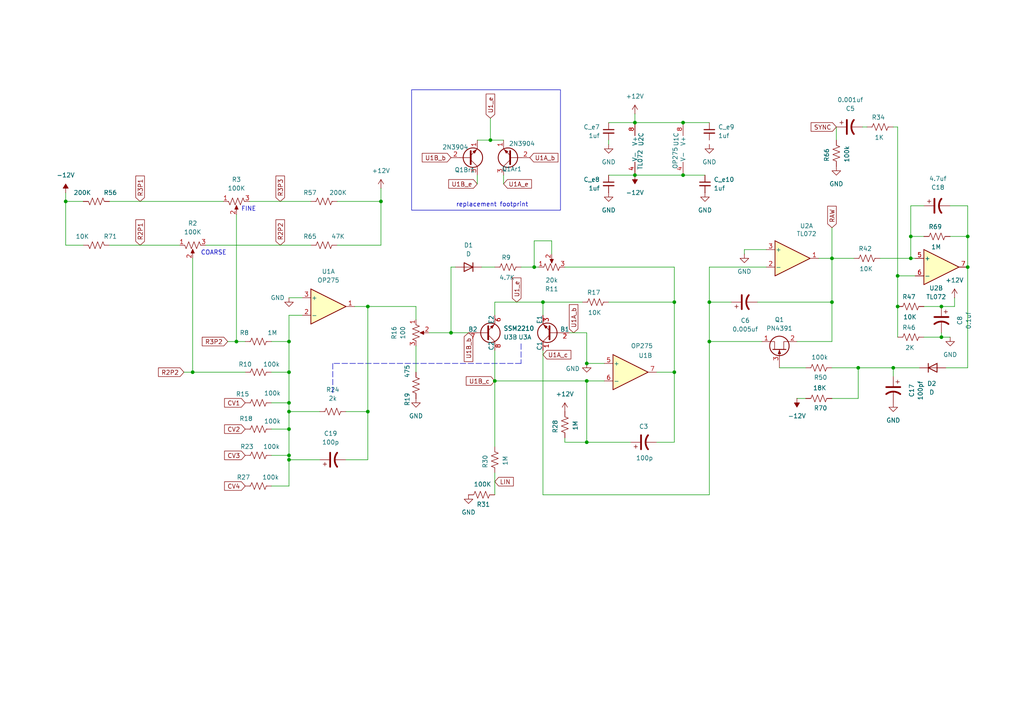
<source format=kicad_sch>
(kicad_sch (version 20250114) (generator "eeschema") (generator_version "9.0")
  (paper "A4")
  (lib_symbols
    (symbol "Amplifier_Operational:OP275" (pin_names (offset 0.127))
      (property "Reference" "U" (at 0 5.08 0))
      (property "Value" "OP275" (at 0 -5.08 0))
      (symbol "OP275_1_1"
        (polyline (pts (xy -5.08 5.08) (xy 5.08 0) (xy -5.08 -5.08) (xy -5.08 5.08)) (stroke (width 0.254)) (fill (type background)))
        (pin input line (at -7.62 2.54 0) (length 2.54) (name "+") (number "3"))
        (pin input line (at -7.62 -2.54 0) (length 2.54) (name "-") (number "2"))
        (pin output line (at 7.62 0 180) (length 2.54) (name "~") (number "1"))
      )
      (symbol "OP275_2_1"
        (polyline (pts (xy -5.08 5.08) (xy 5.08 0) (xy -5.08 -5.08) (xy -5.08 5.08)) (stroke (width 0.254)) (fill (type background)))
        (pin input line (at -7.62 2.54 0) (length 2.54) (name "+") (number "5"))
        (pin input line (at -7.62 -2.54 0) (length 2.54) (name "-") (number "6"))
        (pin output line (at 7.62 0 180) (length 2.54) (name "~") (number "7"))
      )
      (symbol "OP275_3_1"
        (pin power_in line (at -2.54 7.62 270) (length 3.81) (name "V+") (number "8"))
        (pin power_in line (at -2.54 -7.62 90) (length 3.81) (name "V-") (number "4"))
      )
    )
    (symbol "Amplifier_Operational:TL072" (pin_names (offset 0.127))
      (property "Reference" "U" (at 0 5.08 0))
      (property "Value" "TL072" (at 0 -5.08 0))
      (symbol "TL072_1_1"
        (polyline (pts (xy -5.08 5.08) (xy 5.08 0) (xy -5.08 -5.08) (xy -5.08 5.08)) (stroke (width 0.254)) (fill (type background)))
        (pin input line (at -7.62 2.54 0) (length 2.54) (name "+") (number "3"))
        (pin input line (at -7.62 -2.54 0) (length 2.54) (name "-") (number "2"))
        (pin output line (at 7.62 0 180) (length 2.54) (name "~") (number "1"))
      )
      (symbol "TL072_2_1"
        (polyline (pts (xy -5.08 5.08) (xy 5.08 0) (xy -5.08 -5.08) (xy -5.08 5.08)) (stroke (width 0.254)) (fill (type background)))
        (pin input line (at -7.62 2.54 0) (length 2.54) (name "+") (number "5"))
        (pin input line (at -7.62 -2.54 0) (length 2.54) (name "-") (number "6"))
        (pin output line (at 7.62 0 180) (length 2.54) (name "~") (number "7"))
      )
      (symbol "TL072_3_1"
        (pin power_in line (at -2.54 7.62 270) (length 3.81) (name "V+") (number "8"))
        (pin power_in line (at -2.54 -7.62 90) (length 3.81) (name "V-") (number "4"))
      )
    )
    (symbol "Device:C_Polarized_US" (pin_numbers (hide yes)) (pin_names (offset 0.254) (hide yes))
      (property "Reference" "C" (at 0.635 2.54 0))
      (property "Value" "C_Polarized_US" (at 0.635 -2.54 0))
      (symbol "C_Polarized_US_0_1"
        (polyline (pts (xy -2.032 0.762) (xy 2.032 0.762)) (stroke (width 0.508)))
        (polyline (pts (xy -1.778 2.286) (xy -0.762 2.286)))
        (polyline (pts (xy -1.27 1.778) (xy -1.27 2.794)))
        (arc (start -2.032 -1.27) (mid 0 -0.5572) (end 2.032 -1.27) (stroke (width 0.508)))
      )
      (symbol "C_Polarized_US_1_1"
        (pin passive line (at 0 3.81 270) (length 2.794) (name "~") (number "1"))
        (pin passive line (at 0 -3.81 90) (length 3.302) (name "~") (number "2"))
      )
    )
    (symbol "Device:C_Small" (pin_numbers (hide yes)) (pin_names (offset 0.254) (hide yes))
      (property "Reference" "C" (at 0.254 1.778 0))
      (property "Value" "C_Small" (at 0.254 -2.032 0))
      (symbol "C_Small_0_1"
        (polyline (pts (xy -1.524 0.508) (xy 1.524 0.508)) (stroke (width 0.3048)))
        (polyline (pts (xy -1.524 -0.508) (xy 1.524 -0.508)) (stroke (width 0.3302)))
      )
      (symbol "C_Small_1_1"
        (pin passive line (at 0 2.54 270) (length 2.032) (name "~") (number "1"))
        (pin passive line (at 0 -2.54 90) (length 2.032) (name "~") (number "2"))
      )
    )
    (symbol "Device:D" (pin_numbers (hide yes)) (pin_names (offset 1.016) (hide yes))
      (property "Reference" "D" (at 0 2.54 0))
      (property "Value" "D" (at 0 -2.54 0))
      (symbol "D_0_1"
        (polyline (pts (xy -1.27 1.27) (xy -1.27 -1.27)) (stroke (width 0.254)))
        (polyline (pts (xy 1.27 1.27) (xy 1.27 -1.27) (xy -1.27 0) (xy 1.27 1.27)) (stroke (width 0.254)))
        (polyline (pts (xy 1.27 0) (xy -1.27 0)))
      )
      (symbol "D_1_1"
        (pin passive line (at -3.81 0 0) (length 2.54) (name "K") (number "1"))
        (pin passive line (at 3.81 0 180) (length 2.54) (name "A") (number "2"))
      )
    )
    (symbol "Device:Q_NJFET_DSG" (pin_names (offset 0) (hide yes))
      (property "Reference" "Q" (at 5.08 1.27 0))
      (property "Value" "Q_NJFET_DSG" (at 5.08 -1.27 0))
      (symbol "Q_NJFET_DSG_0_1"
        (polyline (pts (xy 0 0) (xy -1.016 0.381) (xy -1.016 -0.381) (xy 0 0)) (fill (type outline)))
        (polyline (pts (xy 0.254 1.905) (xy 0.254 -1.905) (xy 0.254 -1.905)) (stroke (width 0.254)))
        (circle (center 1.27 0) (radius 2.8194) (stroke (width 0.254)))
        (polyline (pts (xy 2.54 2.54) (xy 2.54 1.397) (xy 0.254 1.397)))
        (polyline (pts (xy 2.54 -2.54) (xy 2.54 -1.27) (xy 0.254 -1.27)))
      )
      (symbol "Q_NJFET_DSG_1_1"
        (pin input line (at -5.08 0 0) (length 5.334) (name "G") (number "3"))
        (pin passive line (at 2.54 5.08 270) (length 2.54) (name "D") (number "1"))
        (pin passive line (at 2.54 -5.08 90) (length 2.54) (name "S") (number "2"))
      )
    )
    (symbol "Device:R_Potentiometer_US" (pin_names (offset 1.016) (hide yes))
      (property "Reference" "RV" (at -4.445 0 90))
      (property "Value" "R_Potentiometer_US" (at -2.54 0 90))
      (symbol "R_Potentiometer_US_0_1"
        (polyline (pts (xy 0 2.54) (xy 0 2.286)))
        (polyline (pts (xy 0 2.286) (xy 1.016 1.905) (xy 0 1.524) (xy -1.016 1.143) (xy 0 0.762)))
        (polyline (pts (xy 0 0.762) (xy 1.016 0.381) (xy 0 0) (xy -1.016 -0.381) (xy 0 -0.762)))
        (polyline (pts (xy 0 -0.762) (xy 1.016 -1.143) (xy 0 -1.524) (xy -1.016 -1.905) (xy 0 -2.286)))
        (polyline (pts (xy 0 -2.286) (xy 0 -2.54)))
        (polyline (pts (xy 1.143 0) (xy 2.286 0.508) (xy 2.286 -0.508) (xy 1.143 0)) (fill (type outline)))
        (polyline (pts (xy 2.54 0) (xy 1.524 0)))
      )
      (symbol "R_Potentiometer_US_1_1"
        (pin passive line (at 0 3.81 270) (length 1.27) (name "1") (number "1"))
        (pin passive line (at 0 -3.81 90) (length 1.27) (name "3") (number "3"))
        (pin passive line (at 3.81 0 180) (length 1.27) (name "2") (number "2"))
      )
    )
    (symbol "Device:R_US" (pin_numbers (hide yes)) (pin_names (offset 0))
      (property "Reference" "R" (at 2.54 0 90))
      (property "Value" "R_US" (at -2.54 0 90))
      (symbol "R_US_0_1"
        (polyline (pts (xy 0 2.286) (xy 0 2.54)))
        (polyline (pts (xy 0 2.286) (xy 1.016 1.905) (xy 0 1.524) (xy -1.016 1.143) (xy 0 0.762)))
        (polyline (pts (xy 0 0.762) (xy 1.016 0.381) (xy 0 0) (xy -1.016 -0.381) (xy 0 -0.762)))
        (polyline (pts (xy 0 -0.762) (xy 1.016 -1.143) (xy 0 -1.524) (xy -1.016 -1.905) (xy 0 -2.286)))
        (polyline (pts (xy 0 -2.286) (xy 0 -2.54)))
      )
      (symbol "R_US_1_1"
        (pin passive line (at 0 3.81 270) (length 1.27) (name "~") (number "1"))
        (pin passive line (at 0 -3.81 90) (length 1.27) (name "~") (number "2"))
      )
    )
    (symbol "Transistor_BJT:2N3904" (pin_names (offset 0) (hide yes))
      (property "Reference" "Q" (at 5.08 1.905 0))
      (property "Value" "2N3904" (at 5.08 0 0))
      (symbol "2N3904_0_1"
        (polyline (pts (xy -2.54 0) (xy 0.635 0)))
        (polyline (pts (xy 0.635 1.905) (xy 0.635 -1.905)) (stroke (width 0.508)))
        (circle (center 1.27 0) (radius 2.8194) (stroke (width 0.254)))
      )
      (symbol "2N3904_1_1"
        (polyline (pts (xy 0.635 0.635) (xy 2.54 2.54)))
        (polyline (pts (xy 0.635 -0.635) (xy 2.54 -2.54)))
        (polyline (pts (xy 1.27 -1.778) (xy 1.778 -1.27) (xy 2.286 -2.286) (xy 1.27 -1.778)) (fill (type outline)))
        (pin input line (at -5.08 0 0) (length 2.54) (name "B") (number "2"))
        (pin passive line (at 2.54 5.08 270) (length 2.54) (name "C") (number "3"))
        (pin passive line (at 2.54 -5.08 90) (length 2.54) (name "E") (number "1"))
      )
    )
    (symbol "Transistor_BJT:SSM2210" (pin_names (offset 0))
      (property "Reference" "Q" (at 5.08 1.27 0))
      (property "Value" "SSM2210" (at 5.08 -1.27 0))
      (symbol "SSM2210_0_1"
        (polyline (pts (xy 0.635 1.905) (xy 0.635 -1.905) (xy 0.635 -1.905)) (stroke (width 0.508)))
        (polyline (pts (xy 0.635 0.635) (xy 2.54 2.54)))
        (polyline (pts (xy 0.635 0) (xy -2.54 0)))
        (polyline (pts (xy 0.635 -0.635) (xy 2.54 -2.54) (xy 2.54 -2.54)))
        (circle (center 1.27 0) (radius 2.8194) (stroke (width 0.254)))
        (polyline (pts (xy 1.27 -1.778) (xy 1.778 -1.27) (xy 2.286 -2.286) (xy 1.27 -1.778) (xy 1.27 -1.778)) (fill (type outline)))
      )
      (symbol "SSM2210_1_1"
        (pin input line (at -5.08 0 0) (length 2.54) (name "B1") (number "2"))
        (pin passive line (at 2.54 5.08 270) (length 2.54) (name "C1") (number "1"))
        (pin passive line (at 2.54 -5.08 90) (length 2.54) (name "E1") (number "3"))
      )
      (symbol "SSM2210_2_1"
        (pin input line (at -5.08 0 0) (length 2.54) (name "B2") (number "7"))
        (pin passive line (at 2.54 5.08 270) (length 2.54) (name "C2") (number "8"))
        (pin passive line (at 2.54 -5.08 90) (length 2.54) (name "E2") (number "6"))
      )
    )
    (symbol "power:+12V" (power) (pin_numbers (hide yes)) (pin_names (offset 0) (hide yes))
      (property "Value" "+12V" (at 0 3.556 0))
      (symbol "+12V_0_1"
        (polyline (pts (xy -0.762 1.27) (xy 0 2.54)))
        (polyline (pts (xy 0 2.54) (xy 0.762 1.27)))
        (polyline (pts (xy 0 0) (xy 0 2.54)))
      )
      (symbol "+12V_1_1"
        (pin power_in line (at 0 0 90) (length 0) (name "~") (number "1"))
      )
    )
    (symbol "power:-12V" (power) (pin_numbers (hide yes)) (pin_names (offset 0) (hide yes))
      (property "Value" "-12V" (at 0 3.556 0))
      (symbol "-12V_0_0"
        (pin power_in line (at 0 0 90) (length 0) (name "~") (number "1"))
      )
      (symbol "-12V_0_1"
        (polyline (pts (xy 0 0) (xy 0 1.27) (xy 0.762 1.27) (xy 0 2.54) (xy -0.762 1.27) (xy 0 1.27)) (fill (type outline)))
      )
    )
    (symbol "power:GND" (power) (pin_numbers (hide yes)) (pin_names (offset 0) (hide yes))
      (property "Value" "GND" (at 0 -3.81 0))
      (symbol "GND_0_1"
        (polyline (pts (xy 0 0) (xy 0 -1.27) (xy 1.27 -1.27) (xy 0 -2.54) (xy -1.27 -1.27) (xy 0 -1.27)))
      )
      (symbol "GND_1_1"
        (pin power_in line (at 0 0 270) (length 0) (name "~") (number "1"))
      )
    )
  )
  (rectangle (start 119.38 26.035) (end 162.56 60.96))
  (text "FINE\n" (at 72.136 60.706 0) (effects (font (size 1.27 1.27))))
  (text "COARSE\n" (at 61.976 73.406 0) (effects (font (size 1.27 1.27))))
  (text "replacement footprint" (at 142.748 59.436 0) (effects (font (size 1.27 1.27))))
  (junction (at 184.15 35.56))
  (junction (at 170.18 110.49))
  (junction (at 273.05 88.9))
  (junction (at 205.74 99.06))
  (junction (at 83.82 133.35))
  (junction (at 83.82 116.84))
  (junction (at 248.92 106.68))
  (junction (at 264.16 68.58))
  (junction (at 19.05 58.42))
  (junction (at 264.16 74.93))
  (junction (at 198.12 50.8))
  (junction (at 143.51 110.49))
  (junction (at 195.58 87.63))
  (junction (at 154.94 77.47))
  (junction (at 170.18 128.27))
  (junction (at 241.3 74.93))
  (junction (at 157.48 87.63))
  (junction (at 170.18 105.41))
  (junction (at 83.82 132.08))
  (junction (at 142.24 40.64))
  (junction (at 260.35 80.01))
  (junction (at 68.58 99.06))
  (junction (at 280.67 68.58))
  (junction (at 83.82 107.95))
  (junction (at 198.12 35.56))
  (junction (at 280.67 77.47))
  (junction (at 83.82 99.06))
  (junction (at 260.35 88.9))
  (junction (at 195.58 107.95))
  (junction (at 184.15 50.8))
  (junction (at 83.82 124.46))
  (junction (at 130.81 96.52))
  (junction (at 106.68 88.9))
  (junction (at 259.08 106.68))
  (junction (at 110.49 58.42))
  (junction (at 55.88 107.95))
  (junction (at 241.3 87.63))
  (junction (at 205.74 87.63))
  (junction (at 273.05 97.79))
  (junction (at 83.82 119.38))
  (junction (at 106.68 119.38))
  (wire (pts (xy 143.51 137.16) (xy 143.51 143.51)))
  (polyline (pts (xy 151.13 99.695) (xy 151.13 105.41)) (stroke (width 0) (type dash)))
  (wire (pts (xy 260.35 36.83) (xy 259.08 36.83)))
  (wire (pts (xy 124.46 96.52) (xy 130.81 96.52)))
  (wire (pts (xy 190.5 128.27) (xy 195.58 128.27)))
  (wire (pts (xy 242.57 36.83) (xy 242.57 40.64)))
  (wire (pts (xy 260.35 80.01) (xy 265.43 80.01)))
  (wire (pts (xy 142.24 40.64) (xy 138.43 40.64)))
  (wire (pts (xy 55.88 107.95) (xy 71.12 107.95)))
  (wire (pts (xy 151.13 77.47) (xy 154.94 77.47)))
  (wire (pts (xy 260.35 36.83) (xy 260.35 80.01)))
  (wire (pts (xy 170.18 96.52) (xy 170.18 105.41)))
  (wire (pts (xy 66.04 99.06) (xy 68.58 99.06)))
  (wire (pts (xy 248.92 106.68) (xy 259.08 106.68)))
  (wire (pts (xy 143.51 110.49) (xy 143.51 129.54)))
  (wire (pts (xy 241.3 74.93) (xy 247.65 74.93)))
  (wire (pts (xy 83.82 140.97) (xy 83.82 133.35)))
  (wire (pts (xy 273.05 96.52) (xy 273.05 97.79)))
  (wire (pts (xy 130.81 77.47) (xy 132.08 77.47)))
  (wire (pts (xy 87.63 91.44) (xy 83.82 91.44)))
  (wire (pts (xy 264.16 68.58) (xy 267.97 68.58)))
  (wire (pts (xy 68.58 99.06) (xy 71.12 99.06)))
  (wire (pts (xy 120.65 100.33) (xy 120.65 107.95)))
  (wire (pts (xy 78.74 124.46) (xy 83.82 124.46)))
  (wire (pts (xy 83.82 116.84) (xy 83.82 119.38)))
  (wire (pts (xy 255.27 74.93) (xy 264.16 74.93)))
  (wire (pts (xy 163.83 77.47) (xy 195.58 77.47)))
  (wire (pts (xy 195.58 107.95) (xy 190.5 107.95)))
  (wire (pts (xy 176.53 50.8) (xy 184.15 50.8)))
  (wire (pts (xy 157.48 101.6) (xy 157.48 143.51)))
  (wire (pts (xy 170.18 110.49) (xy 170.18 128.27)))
  (wire (pts (xy 157.48 91.44) (xy 157.48 87.63)))
  (wire (pts (xy 222.25 77.47) (xy 205.74 77.47)))
  (wire (pts (xy 205.74 87.63) (xy 205.74 99.06)))
  (wire (pts (xy 100.33 119.38) (xy 106.68 119.38)))
  (wire (pts (xy 170.18 105.41) (xy 175.26 105.41)))
  (wire (pts (xy 241.3 106.68) (xy 248.92 106.68)))
  (wire (pts (xy 100.33 133.35) (xy 106.68 133.35)))
  (wire (pts (xy 205.74 87.63) (xy 212.09 87.63)))
  (wire (pts (xy 97.79 71.12) (xy 110.49 71.12)))
  (wire (pts (xy 231.14 99.06) (xy 241.3 99.06)))
  (wire (pts (xy 143.51 101.6) (xy 143.51 110.49)))
  (wire (pts (xy 195.58 128.27) (xy 195.58 107.95)))
  (wire (pts (xy 273.05 97.79) (xy 267.97 97.79)))
  (wire (pts (xy 184.15 50.8) (xy 198.12 50.8)))
  (wire (pts (xy 83.82 107.95) (xy 83.82 116.84)))
  (wire (pts (xy 241.3 66.04) (xy 241.3 74.93)))
  (wire (pts (xy 198.12 50.8) (xy 204.47 50.8)))
  (wire (pts (xy 163.83 127) (xy 163.83 128.27)))
  (wire (pts (xy 260.35 97.79) (xy 260.35 88.9)))
  (wire (pts (xy 275.59 59.69) (xy 280.67 59.69)))
  (wire (pts (xy 274.32 106.68) (xy 280.67 106.68)))
  (wire (pts (xy 102.87 88.9) (xy 106.68 88.9)))
  (wire (pts (xy 264.16 68.58) (xy 264.16 74.93)))
  (wire (pts (xy 72.39 58.42) (xy 90.17 58.42)))
  (wire (pts (xy 184.15 35.56) (xy 198.12 35.56)))
  (wire (pts (xy 142.24 40.64) (xy 146.05 40.64)))
  (wire (pts (xy 83.82 119.38) (xy 92.71 119.38)))
  (wire (pts (xy 276.86 86.36) (xy 276.86 88.9)))
  (wire (pts (xy 184.15 33.02) (xy 184.15 35.56)))
  (wire (pts (xy 110.49 71.12) (xy 110.49 58.42)))
  (wire (pts (xy 205.74 77.47) (xy 205.74 87.63)))
  (wire (pts (xy 83.82 99.06) (xy 83.82 107.95)))
  (wire (pts (xy 78.74 132.08) (xy 83.82 132.08)))
  (wire (pts (xy 157.48 87.63) (xy 168.91 87.63)))
  (wire (pts (xy 78.74 140.97) (xy 83.82 140.97)))
  (wire (pts (xy 130.81 96.52) (xy 135.89 96.52)))
  (wire (pts (xy 83.82 132.08) (xy 83.82 124.46)))
  (wire (pts (xy 176.53 35.56) (xy 184.15 35.56)))
  (wire (pts (xy 170.18 110.49) (xy 175.26 110.49)))
  (wire (pts (xy 241.3 115.57) (xy 248.92 115.57)))
  (polyline (pts (xy 96.52 105.41) (xy 96.52 114.3)) (stroke (width 0) (type dash)))
  (wire (pts (xy 83.82 119.38) (xy 83.82 124.46)))
  (wire (pts (xy 248.92 115.57) (xy 248.92 106.68)))
  (wire (pts (xy 280.67 59.69) (xy 280.67 68.58)))
  (wire (pts (xy 53.34 107.95) (xy 55.88 107.95)))
  (wire (pts (xy 205.74 99.06) (xy 205.74 143.51)))
  (wire (pts (xy 220.98 99.06) (xy 205.74 99.06)))
  (wire (pts (xy 19.05 71.12) (xy 24.13 71.12)))
  (wire (pts (xy 267.97 88.9) (xy 273.05 88.9)))
  (wire (pts (xy 267.97 59.69) (xy 264.16 59.69)))
  (wire (pts (xy 83.82 133.35) (xy 83.82 132.08)))
  (wire (pts (xy 78.74 99.06) (xy 83.82 99.06)))
  (wire (pts (xy 219.71 87.63) (xy 241.3 87.63)))
  (wire (pts (xy 250.19 36.83) (xy 251.46 36.83)))
  (wire (pts (xy 259.08 106.68) (xy 259.08 109.22)))
  (wire (pts (xy 110.49 58.42) (xy 97.79 58.42)))
  (wire (pts (xy 195.58 77.47) (xy 195.58 87.63)))
  (wire (pts (xy 260.35 88.9) (xy 260.35 80.01)))
  (wire (pts (xy 83.82 86.36) (xy 87.63 86.36)))
  (wire (pts (xy 176.53 40.64) (xy 176.53 41.91)))
  (wire (pts (xy 78.74 116.84) (xy 83.82 116.84)))
  (wire (pts (xy 157.48 143.51) (xy 205.74 143.51)))
  (wire (pts (xy 157.48 87.63) (xy 143.51 87.63)))
  (wire (pts (xy 59.69 71.12) (xy 90.17 71.12)))
  (wire (pts (xy 241.3 99.06) (xy 241.3 87.63)))
  (wire (pts (xy 83.82 91.44) (xy 83.82 99.06)))
  (wire (pts (xy 231.14 115.57) (xy 233.68 115.57)))
  (wire (pts (xy 142.24 34.29) (xy 142.24 40.64)))
  (wire (pts (xy 143.51 87.63) (xy 143.51 91.44)))
  (wire (pts (xy 130.81 77.47) (xy 130.81 96.52)))
  (wire (pts (xy 120.65 88.9) (xy 106.68 88.9)))
  (wire (pts (xy 259.08 106.68) (xy 266.7 106.68)))
  (wire (pts (xy 280.67 106.68) (xy 280.67 77.47)))
  (wire (pts (xy 143.51 110.49) (xy 170.18 110.49)))
  (wire (pts (xy 160.02 69.85) (xy 154.94 69.85)))
  (wire (pts (xy 182.88 128.27) (xy 170.18 128.27)))
  (wire (pts (xy 146.05 53.34) (xy 146.05 50.8)))
  (wire (pts (xy 275.59 97.79) (xy 273.05 97.79)))
  (wire (pts (xy 120.65 92.71) (xy 120.65 88.9)))
  (wire (pts (xy 160.02 73.66) (xy 160.02 69.85)))
  (wire (pts (xy 68.58 62.23) (xy 68.58 99.06)))
  (wire (pts (xy 264.16 74.93) (xy 265.43 74.93)))
  (wire (pts (xy 264.16 59.69) (xy 264.16 68.58)))
  (wire (pts (xy 163.83 128.27) (xy 170.18 128.27)))
  (wire (pts (xy 176.53 87.63) (xy 195.58 87.63)))
  (wire (pts (xy 55.88 74.93) (xy 55.88 107.95)))
  (wire (pts (xy 78.74 107.95) (xy 83.82 107.95)))
  (wire (pts (xy 241.3 87.63) (xy 241.3 74.93)))
  (wire (pts (xy 226.06 106.68) (xy 233.68 106.68)))
  (wire (pts (xy 110.49 54.61) (xy 110.49 58.42)))
  (wire (pts (xy 106.68 119.38) (xy 106.68 133.35)))
  (wire (pts (xy 280.67 68.58) (xy 280.67 77.47)))
  (wire (pts (xy 83.82 133.35) (xy 92.71 133.35)))
  (wire (pts (xy 215.9 72.39) (xy 215.9 73.66)))
  (wire (pts (xy 138.43 53.34) (xy 138.43 50.8)))
  (wire (pts (xy 19.05 55.88) (xy 19.05 58.42)))
  (wire (pts (xy 154.94 69.85) (xy 154.94 77.47)))
  (wire (pts (xy 19.05 71.12) (xy 19.05 58.42)))
  (wire (pts (xy 31.75 58.42) (xy 64.77 58.42)))
  (wire (pts (xy 165.1 96.52) (xy 170.18 96.52)))
  (wire (pts (xy 198.12 35.56) (xy 205.74 35.56)))
  (wire (pts (xy 31.75 71.12) (xy 52.07 71.12)))
  (wire (pts (xy 139.7 77.47) (xy 143.51 77.47)))
  (polyline (pts (xy 151.13 105.41) (xy 96.52 105.41)) (stroke (width 0) (type dash)))
  (wire (pts (xy 275.59 68.58) (xy 280.67 68.58)))
  (wire (pts (xy 154.94 77.47) (xy 156.21 77.47)))
  (wire (pts (xy 276.86 88.9) (xy 273.05 88.9)))
  (wire (pts (xy 195.58 87.63) (xy 195.58 107.95)))
  (wire (pts (xy 222.25 72.39) (xy 215.9 72.39)))
  (wire (pts (xy 19.05 58.42) (xy 24.13 58.42)))
  (wire (pts (xy 106.68 88.9) (xy 106.68 119.38)))
  (wire (pts (xy 237.49 74.93) (xy 241.3 74.93)))
  (global_label "R3P2" (shape input) (at 66.04 99.06 180) (property "Intersheetrefs" "${INTERSHEET_REFS}" (effects (hide yes))))
  (global_label "CV2" (shape input) (at 71.12 124.46 180) (property "Intersheetrefs" "${INTERSHEET_REFS}" (effects (hide yes))))
  (global_label "LIN" (shape input) (at 143.51 139.7 0) (property "Intersheetrefs" "${INTERSHEET_REFS}" (effects (hide yes))))
  (global_label "U1B_c" (shape input) (at 143.51 110.49 180) (property "Intersheetrefs" "${INTERSHEET_REFS}" (effects (hide yes))))
  (global_label "CV1" (shape input) (at 71.12 116.84 180) (property "Intersheetrefs" "${INTERSHEET_REFS}" (effects (hide yes))))
  (global_label "R2P1" (shape input) (at 40.64 71.12 90) (property "Intersheetrefs" "${INTERSHEET_REFS}" (effects (hide yes))))
  (global_label "CV3" (shape input) (at 71.12 132.08 180) (property "Intersheetrefs" "${INTERSHEET_REFS}" (effects (hide yes))))
  (global_label "U1_e" (shape input) (at 142.24 34.29 90) (property "Intersheetrefs" "${INTERSHEET_REFS}" (effects (hide yes))))
  (global_label "U1B_b" (shape input) (at 130.81 45.72 180) (property "Intersheetrefs" "${INTERSHEET_REFS}" (effects (hide yes))))
  (global_label "U1A_c" (shape input) (at 157.48 102.87 0) (property "Intersheetrefs" "${INTERSHEET_REFS}" (effects (hide yes))))
  (global_label "U1B_b" (shape input) (at 135.89 96.52 270) (property "Intersheetrefs" "${INTERSHEET_REFS}" (effects (hide yes))))
  (global_label "U1A_b" (shape input) (at 166.37 96.52 90) (property "Intersheetrefs" "${INTERSHEET_REFS}" (effects (hide yes))))
  (global_label "U1B_e" (shape input) (at 138.43 53.34 180) (property "Intersheetrefs" "${INTERSHEET_REFS}" (effects (hide yes))))
  (global_label "R2P2" (shape input) (at 53.34 107.95 180) (property "Intersheetrefs" "${INTERSHEET_REFS}" (effects (hide yes))))
  (global_label "U1A_e" (shape input) (at 146.05 53.34 0) (property "Intersheetrefs" "${INTERSHEET_REFS}" (effects (hide yes))))
  (global_label "U1A_b" (shape input) (at 153.67 45.72 0) (property "Intersheetrefs" "${INTERSHEET_REFS}" (effects (hide yes))))
  (global_label "R3P1" (shape input) (at 40.64 58.42 90) (property "Intersheetrefs" "${INTERSHEET_REFS}" (effects (hide yes))))
  (global_label "CV4" (shape input) (at 71.12 140.97 180) (property "Intersheetrefs" "${INTERSHEET_REFS}" (effects (hide yes))))
  (global_label "R3P3" (shape input) (at 81.28 58.42 90) (property "Intersheetrefs" "${INTERSHEET_REFS}" (effects (hide yes))))
  (global_label "RAW" (shape input) (at 241.3 66.04 90) (property "Intersheetrefs" "${INTERSHEET_REFS}" (effects (hide yes))))
  (global_label "U1_e" (shape input) (at 149.86 87.63 90) (property "Intersheetrefs" "${INTERSHEET_REFS}" (effects (hide yes))))
  (global_label "R2P2" (shape input) (at 81.28 71.12 90) (property "Intersheetrefs" "${INTERSHEET_REFS}" (effects (hide yes))))
  (global_label "SYNC" (shape input) (at 242.57 36.83 180) (property "Intersheetrefs" "${INTERSHEET_REFS}" (effects (hide yes))))
  (symbol (lib_id "Device:C_Polarized_US") (at 246.38 36.83 90) (mirror x) (unit 1)
    (property "Reference" "C5" (at 246.634 31.496 90))
    (property "Value" "0.001uf" (at 246.634 28.956 90))
    (property "Description" "Polarized capacitor, US symbol" (effects (hide yes)))
  )
  (symbol (lib_id "power:GND") (at 135.89 143.51 0) (unit 1)
    (property "Reference" "#PWR08" (effects (hide yes)))
    (property "Value" "GND" (at 135.89 148.59 0))
    (property "Description" "Power symbol creates a global label with name \"GND\" , ground" (effects (hide yes)))
  )
  (symbol (lib_id "Device:R_Potentiometer_US") (at 55.88 71.12 90) (mirror x) (unit 1)
    (property "Reference" "R2" (at 55.88 64.77 90))
    (property "Value" "100K" (at 55.88 67.31 90))
    (property "Description" "Potentiometer, US symbol" (effects (hide yes)))
  )
  (symbol (lib_id "Device:R_US") (at 163.83 123.19 0) (unit 1)
    (property "Reference" "R28" (at 161.036 123.698 90))
    (property "Value" "1M" (at 166.878 123.444 90))
    (property "Description" "Resistor, US symbol" (effects (hide yes)))
  )
  (symbol (lib_id "power:GND") (at 215.9 73.66 0) (unit 1)
    (property "Reference" "#PWR012" (effects (hide yes)))
    (property "Value" "GND" (at 215.9 78.74 0))
    (property "Description" "Power symbol creates a global label with name \"GND\" , ground" (effects (hide yes)))
  )
  (symbol (lib_id "Device:R_Potentiometer_US") (at 120.65 96.52 0) (unit 1)
    (property "Reference" "R16" (at 114.3 96.52 90))
    (property "Value" "100" (at 116.84 96.52 90))
    (property "Description" "Potentiometer, US symbol" (effects (hide yes)))
  )
  (symbol (lib_id "power:GND") (at 259.08 116.84 0) (unit 1)
    (property "Reference" "#PWR02" (effects (hide yes)))
    (property "Value" "GND" (at 259.08 121.92 0))
    (property "Description" "Power symbol creates a global label with name \"GND\" , ground" (effects (hide yes)))
  )
  (symbol (lib_id "Device:R_Potentiometer_US") (at 160.02 77.47 90) (unit 1)
    (property "Reference" "R11" (at 160.02 83.82 90))
    (property "Value" "20k" (at 160.02 81.28 90))
    (property "Description" "Potentiometer, US symbol" (effects (hide yes)))
  )
  (symbol (lib_id "power:+12V") (at 276.86 86.36 0) (unit 1)
    (property "Reference" "#PWR013" (effects (hide yes)))
    (property "Value" "+12V" (at 276.86 81.28 0))
    (property "Description" "Power symbol creates a global label with name \"+12V\"" (effects (hide yes)))
  )
  (symbol (lib_id "power:GND") (at 83.82 86.36 0) (unit 1)
    (property "Reference" "#PWR03" (effects (hide yes)))
    (property "Value" "GND" (at 80.518 86.36 0))
    (property "Description" "Power symbol creates a global label with name \"GND\" , ground" (effects (hide yes)))
  )
  (symbol (lib_id "power:GND") (at 120.65 115.57 0) (unit 1)
    (property "Reference" "#PWR06" (effects (hide yes)))
    (property "Value" "GND" (at 120.65 120.65 0))
    (property "Description" "Power symbol creates a global label with name \"GND\" , ground" (effects (hide yes)))
  )
  (symbol (lib_id "Amplifier_Operational:TL072") (at 273.05 77.47 0) (unit 2)
    (property "Reference" "U2" (at 271.526 83.566 0))
    (property "Value" "TL072" (at 271.526 86.106 0))
    (property "Datasheet" "http://www.ti.com/lit/ds/symlink/tl071.pdf" (effects (hide yes)))
    (property "Description" "Dual Low-Noise JFET-Input Operational Amplifiers, DIP-8/SOIC-8" (effects (hide yes)))
  )
  (symbol (lib_id "Device:R_US") (at 237.49 106.68 90) (unit 1)
    (property "Reference" "R50" (at 237.998 109.474 90))
    (property "Value" "100k" (at 237.744 103.632 90))
    (property "Description" "Resistor, US symbol" (effects (hide yes)))
  )
  (symbol (lib_id "Device:R_US") (at 242.57 44.45 0) (unit 1)
    (property "Reference" "R66" (at 239.776 44.958 90))
    (property "Value" "100k" (at 245.618 44.704 90))
    (property "Description" "Resistor, US symbol" (effects (hide yes)))
  )
  (symbol (lib_id "Device:R_US") (at 143.51 133.35 0) (unit 1)
    (property "Reference" "R30" (at 140.716 133.858 90))
    (property "Value" "1M" (at 146.558 133.604 90))
    (property "Description" "Resistor, US symbol" (effects (hide yes)))
  )
  (symbol (lib_id "Device:R_US") (at 27.94 58.42 270) (mirror x) (unit 1)
    (property "Reference" "R56" (at 32.004 55.88 90))
    (property "Value" "200K" (at 23.876 55.88 90))
    (property "Description" "Resistor, US symbol" (effects (hide yes)))
  )
  (symbol (lib_id "Amplifier_Operational:OP275") (at 200.66 43.18 0) (unit 3)
    (property "Reference" "U1" (at 196.088 42.418 90) (effects (justify left)))
    (property "Value" "OP275" (at 195.834 49.022 90) (effects (justify left)))
    (property "Datasheet" "https://www.analog.com/media/en/technical-documentation/data-sheets/OP275.pdf" (effects (hide yes)))
    (property "Description" "Dual Bipolar/JFET, Audio Operational Amplifier, DIP-8/SOIC-8" (effects (hide yes)))
  )
  (symbol (lib_id "Transistor_BJT:SSM2210") (at 140.97 96.52 0) (mirror x) (unit 2)
    (property "Reference" "U3" (at 146.05 97.7901 0) (effects (justify left)))
    (property "Value" "SSM2210" (at 146.05 95.25 0) (effects (justify left)))
    (property "Datasheet" "https://www.analog.com/media/en/technical-documentation/obsolete-data-sheets/SSM2210.pdf" (effects (hide yes)))
    (property "Description" "Audio Dual Matched NPN transistor, DIP-8/SOIC-8" (effects (hide yes)))
  )
  (symbol (lib_id "Device:R_US") (at 172.72 87.63 270) (unit 1)
    (property "Reference" "R17" (at 172.212 84.836 90))
    (property "Value" "10K" (at 172.466 90.678 90))
    (property "Description" "Resistor, US symbol" (effects (hide yes)))
  )
  (symbol (lib_id "Device:C_Polarized_US") (at 273.05 92.71 0) (mirror y) (unit 1)
    (property "Reference" "C8" (at 278.384 92.964 90))
    (property "Value" "0.1uf" (at 280.924 92.964 90))
    (property "Description" "Polarized capacitor, US symbol" (effects (hide yes)))
  )
  (symbol (lib_id "Device:D") (at 270.51 106.68 0) (unit 1)
    (property "Reference" "D2" (at 270.256 111.252 0))
    (property "Value" "D" (at 270.256 113.792 0))
    (property "Description" "Diode" (effects (hide yes)))
    (property "Sim.Device" "D" (effects (hide yes)))
    (property "Sim.Pins" "1=K 2=A" (effects (hide yes)))
  )
  (symbol (lib_id "Device:C_Polarized_US") (at 96.52 133.35 90) (unit 1)
    (property "Reference" "C19" (at 95.885 125.73 90))
    (property "Value" "100p" (at 95.885 128.27 90))
    (property "Description" "Polarized capacitor, US symbol" (effects (hide yes)))
  )
  (symbol (lib_id "Transistor_BJT:2N3904") (at 148.59 45.72 180) (unit 1)
    (property "Reference" "Q1Ar1" (at 151.384 49.022 0) (effects (justify left)))
    (property "Value" "2N3904" (at 155.194 41.656 0) (effects (justify left)))
    (property "Footprint" "Package_TO_SOT_THT:TO-92_Inline" (effects (hide yes)))
    (property "Datasheet" "https://www.onsemi.com/pub/Collateral/2N3903-D.PDF" (effects (hide yes)))
    (property "Description" "0.2A Ic, 40V Vce, Small Signal NPN Transistor, TO-92" (effects (hide yes)))
  )
  (symbol (lib_id "Device:R_US") (at 264.16 88.9 270) (unit 1)
    (property "Reference" "R47" (at 263.652 86.106 90))
    (property "Value" "10K" (at 263.906 91.948 90))
    (property "Description" "Resistor, US symbol" (effects (hide yes)))
  )
  (symbol (lib_id "Device:C_Small") (at 176.53 53.34 0) (mirror y) (unit 1)
    (property "Reference" "C_e8" (at 173.99 52.0762 0) (effects (justify left)))
    (property "Value" "1uf" (at 173.99 54.6162 0) (effects (justify left)))
    (property "Footprint" "Capacitor_SMD:C_0805_2012Metric_Pad1.18x1.45mm_HandSolder" (effects (hide yes)))
    (property "Description" "Unpolarized capacitor, small symbol" (effects (hide yes)))
  )
  (symbol (lib_id "Device:R_US") (at 139.7 143.51 90) (unit 1)
    (property "Reference" "R31" (at 140.208 146.304 90))
    (property "Value" "100K" (at 139.954 140.462 90))
    (property "Description" "Resistor, US symbol" (effects (hide yes)))
  )
  (symbol (lib_id "Device:C_Small") (at 205.74 38.1 0) (unit 1)
    (property "Reference" "C_e9" (at 208.28 36.8362 0) (effects (justify left)))
    (property "Value" "1uf" (at 208.28 39.3762 0) (effects (justify left)))
    (property "Footprint" "Capacitor_SMD:C_0805_2012Metric_Pad1.18x1.45mm_HandSolder" (effects (hide yes)))
    (property "Description" "Unpolarized capacitor, small symbol" (effects (hide yes)))
  )
  (symbol (lib_id "Device:C_Small") (at 176.53 38.1 0) (mirror y) (unit 1)
    (property "Reference" "C_e7" (at 173.99 36.8362 0) (effects (justify left)))
    (property "Value" "1uf" (at 173.99 39.3762 0) (effects (justify left)))
    (property "Footprint" "Capacitor_SMD:C_0805_2012Metric_Pad1.18x1.45mm_HandSolder" (effects (hide yes)))
    (property "Description" "Unpolarized capacitor, small symbol" (effects (hide yes)))
  )
  (symbol (lib_id "Device:R_US") (at 74.93 99.06 90) (unit 1)
    (property "Reference" "R8" (at 70.866 96.52 90))
    (property "Value" "1M" (at 78.994 96.52 90))
    (property "Description" "Resistor, US symbol" (effects (hide yes)))
  )
  (symbol (lib_id "Amplifier_Operational:TL072") (at 229.87 74.93 0) (unit 1)
    (property "Reference" "U2" (at 233.934 65.532 0))
    (property "Value" "TL072" (at 233.934 67.818 0))
    (property "Datasheet" "http://www.ti.com/lit/ds/symlink/tl071.pdf" (effects (hide yes)))
    (property "Description" "Dual Low-Noise JFET-Input Operational Amplifiers, DIP-8/SOIC-8" (effects (hide yes)))
  )
  (symbol (lib_id "Device:R_US") (at 27.94 71.12 270) (mirror x) (unit 1)
    (property "Reference" "R71" (at 32.004 68.58 90))
    (property "Value" "10K" (at 23.876 68.58 90))
    (property "Description" "Resistor, US symbol" (effects (hide yes)))
  )
  (symbol (lib_id "Device:R_US") (at 237.49 115.57 90) (unit 1)
    (property "Reference" "R70" (at 237.998 118.364 90))
    (property "Value" "18K" (at 237.744 112.522 90))
    (property "Description" "Resistor, US symbol" (effects (hide yes)))
  )
  (symbol (lib_id "Device:R_US") (at 74.93 140.97 90) (unit 1)
    (property "Reference" "R27" (at 70.612 138.43 90))
    (property "Value" "100k" (at 78.486 138.43 90))
    (property "Description" "Resistor, US symbol" (effects (hide yes)))
  )
  (symbol (lib_id "Amplifier_Operational:TL072") (at 186.69 43.18 0) (unit 3)
    (property "Reference" "U2" (at 185.928 42.418 90) (effects (justify left)))
    (property "Value" "TL072" (at 185.674 49.276 90) (effects (justify left)))
    (property "Datasheet" "http://www.ti.com/lit/ds/symlink/tl071.pdf" (effects (hide yes)))
    (property "Description" "Dual Low-Noise JFET-Input Operational Amplifiers, DIP-8/SOIC-8" (effects (hide yes)))
  )
  (symbol (lib_id "power:GND") (at 170.18 105.41 0) (unit 1)
    (property "Reference" "#PWR07" (effects (hide yes)))
    (property "Value" "GND" (at 166.116 106.934 0))
    (property "Description" "Power symbol creates a global label with name \"GND\" , ground" (effects (hide yes)))
  )
  (symbol (lib_id "power:GND") (at 205.74 41.91 0) (unit 1)
    (property "Reference" "#PWR047" (effects (hide yes)))
    (property "Value" "GND" (at 205.74 46.99 0))
    (property "Description" "Power symbol creates a global label with name \"GND\" , ground" (effects (hide yes)))
  )
  (symbol (lib_id "Device:R_US") (at 120.65 111.76 180) (unit 1)
    (property "Reference" "R19" (at 118.11 115.824 90))
    (property "Value" "475" (at 118.11 107.696 90))
    (property "Description" "Resistor, US symbol" (effects (hide yes)))
  )
  (symbol (lib_id "power:GND") (at 176.53 55.88 0) (unit 1)
    (property "Reference" "#PWR045" (effects (hide yes)))
    (property "Value" "GND" (at 176.53 60.96 0))
    (property "Description" "Power symbol creates a global label with name \"GND\" , ground" (effects (hide yes)))
  )
  (symbol (lib_id "Device:R_US") (at 264.16 97.79 270) (unit 1)
    (property "Reference" "R46" (at 263.652 94.996 90))
    (property "Value" "2K" (at 263.906 100.838 90))
    (property "Description" "Resistor, US symbol" (effects (hide yes)))
  )
  (symbol (lib_id "Transistor_BJT:SSM2210") (at 160.02 96.52 180) (unit 1)
    (property "Reference" "U3" (at 154.178 97.79 0) (effects (justify left)))
    (property "Value" "SSM2210" (at 154.94 95.25 0) (effects (justify left)))
    (property "Datasheet" "https://www.analog.com/media/en/technical-documentation/obsolete-data-sheets/SSM2210.pdf" (effects (hide yes)))
    (property "Description" "Audio Dual Matched NPN transistor, DIP-8/SOIC-8" (effects (hide yes)))
  )
  (symbol (lib_id "Device:R_US") (at 74.93 124.46 90) (unit 1)
    (property "Reference" "R18" (at 71.374 121.412 90))
    (property "Value" "100k" (at 78.994 122.174 90))
    (property "Description" "Resistor, US symbol" (effects (hide yes)))
  )
  (symbol (lib_id "power:+12V") (at 110.49 54.61 0) (unit 1)
    (property "Reference" "#PWR04" (effects (hide yes)))
    (property "Value" "+12V" (at 110.49 49.53 0))
    (property "Description" "Power symbol creates a global label with name \"+12V\"" (effects (hide yes)))
  )
  (symbol (lib_id "Device:C_Polarized_US") (at 259.08 113.03 0) (mirror y) (unit 1)
    (property "Reference" "C17" (at 264.414 113.284 90))
    (property "Value" "100pf" (at 266.954 113.284 90))
    (property "Description" "Polarized capacitor, US symbol" (effects (hide yes)))
  )
  (symbol (lib_id "Amplifier_Operational:OP275") (at 182.88 107.95 0) (unit 2)
    (property "Reference" "U1" (at 187.198 103.124 0))
    (property "Value" "OP275" (at 186.182 100.33 0))
    (property "Datasheet" "https://www.analog.com/media/en/technical-documentation/data-sheets/OP275.pdf" (effects (hide yes)))
    (property "Description" "Dual Bipolar/JFET, Audio Operational Amplifier, DIP-8/SOIC-8" (effects (hide yes)))
  )
  (symbol (lib_id "power:-12V") (at 19.05 55.88 0) (unit 1)
    (property "Reference" "#PWR05" (effects (hide yes)))
    (property "Value" "-12V" (at 19.05 50.8 0))
    (property "Description" "Power symbol creates a global label with name \"-12V\"" (effects (hide yes)))
  )
  (symbol (lib_id "power:+12V") (at 163.83 119.38 0) (unit 1)
    (property "Reference" "#PWR09" (effects (hide yes)))
    (property "Value" "+12V" (at 163.83 114.3 0))
    (property "Description" "Power symbol creates a global label with name \"+12V\"" (effects (hide yes)))
  )
  (symbol (lib_id "Device:C_Small") (at 204.47 53.34 0) (unit 1)
    (property "Reference" "C_e10" (at 207.01 52.0762 0) (effects (justify left)))
    (property "Value" "1uf" (at 207.01 54.6162 0) (effects (justify left)))
    (property "Footprint" "Capacitor_SMD:C_0805_2012Metric_Pad1.18x1.45mm_HandSolder" (effects (hide yes)))
    (property "Description" "Unpolarized capacitor, small symbol" (effects (hide yes)))
  )
  (symbol (lib_id "power:-12V") (at 184.15 50.8 180) (unit 1)
    (property "Reference" "#PWR011" (effects (hide yes)))
    (property "Value" "-12V" (at 184.15 55.88 0))
    (property "Description" "Power symbol creates a global label with name \"-12V\"" (effects (hide yes)))
  )
  (symbol (lib_id "power:GND") (at 242.57 48.26 0) (unit 1)
    (property "Reference" "#PWR014" (effects (hide yes)))
    (property "Value" "GND" (at 242.57 53.34 0))
    (property "Description" "Power symbol creates a global label with name \"GND\" , ground" (effects (hide yes)))
  )
  (symbol (lib_id "Device:R_US") (at 251.46 74.93 270) (unit 1)
    (property "Reference" "R42" (at 250.952 72.136 90))
    (property "Value" "10K" (at 251.206 77.978 90))
    (property "Description" "Resistor, US symbol" (effects (hide yes)))
  )
  (symbol (lib_id "Device:R_US") (at 147.32 77.47 270) (unit 1)
    (property "Reference" "R9" (at 146.812 74.676 90))
    (property "Value" "4.7K" (at 147.066 80.518 90))
    (property "Description" "Resistor, US symbol" (effects (hide yes)))
  )
  (symbol (lib_id "Device:R_US") (at 74.93 132.08 90) (unit 1)
    (property "Reference" "R23" (at 71.628 129.54 90))
    (property "Value" "100k" (at 78.74 129.54 90))
    (property "Description" "Resistor, US symbol" (effects (hide yes)))
  )
  (symbol (lib_id "Device:R_Potentiometer_US") (at 68.58 58.42 90) (mirror x) (unit 1)
    (property "Reference" "R3" (at 68.58 52.07 90))
    (property "Value" "100K" (at 68.58 54.61 90))
    (property "Description" "Potentiometer, US symbol" (effects (hide yes)))
  )
  (symbol (lib_id "power:GND") (at 204.47 55.88 0) (unit 1)
    (property "Reference" "#PWR044" (effects (hide yes)))
    (property "Value" "GND" (at 204.47 60.96 0))
    (property "Description" "Power symbol creates a global label with name \"GND\" , ground" (effects (hide yes)))
  )
  (symbol (lib_id "Device:R_US") (at 255.27 36.83 270) (unit 1)
    (property "Reference" "R34" (at 254.762 34.036 90))
    (property "Value" "1K" (at 255.016 39.878 90))
    (property "Description" "Resistor, US symbol" (effects (hide yes)))
  )
  (symbol (lib_id "Device:D") (at 135.89 77.47 180) (unit 1)
    (property "Reference" "D1" (at 135.89 71.12 0))
    (property "Value" "D" (at 135.89 73.66 0))
    (property "Description" "Diode" (effects (hide yes)))
    (property "Sim.Device" "D" (effects (hide yes)))
    (property "Sim.Pins" "1=K 2=A" (effects (hide yes)))
  )
  (symbol (lib_id "Device:R_US") (at 74.93 116.84 90) (unit 1)
    (property "Reference" "R15" (at 70.358 114.3 90))
    (property "Value" "100k" (at 78.994 114.046 90))
    (property "Description" "Resistor, US symbol" (effects (hide yes)))
  )
  (symbol (lib_id "power:GND") (at 275.59 97.79 0) (unit 1)
    (property "Reference" "#PWR01" (effects (hide yes)))
    (property "Value" "GND" (at 275.59 102.87 0))
    (property "Description" "Power symbol creates a global label with name \"GND\" , ground" (effects (hide yes)))
  )
  (symbol (lib_id "Device:C_Polarized_US") (at 215.9 87.63 90) (unit 1)
    (property "Reference" "C6" (at 216.154 92.964 90))
    (property "Value" "0.005uf" (at 216.154 95.504 90))
    (property "Description" "Polarized capacitor, US symbol" (effects (hide yes)))
  )
  (symbol (lib_id "Device:R_US") (at 93.98 71.12 90) (unit 1)
    (property "Reference" "R65" (at 89.916 68.58 90))
    (property "Value" "47K" (at 98.044 68.58 90))
    (property "Description" "Resistor, US symbol" (effects (hide yes)))
  )
  (symbol (lib_id "Device:Q_NJFET_DSG") (at 226.06 101.6 90) (unit 1)
    (property "Reference" "Q1" (at 226.06 92.71 90))
    (property "Value" "PN4391" (at 226.06 95.25 90))
    (property "Description" "N-JFET transistor, drain/source/gate" (effects (hide yes)))
  )
  (symbol (lib_id "Amplifier_Operational:OP275") (at 95.25 88.9 0) (unit 1)
    (property "Reference" "U1" (at 95.25 78.74 0))
    (property "Value" "OP275" (at 95.25 81.28 0))
    (property "Datasheet" "https://www.analog.com/media/en/technical-documentation/data-sheets/OP275.pdf" (effects (hide yes)))
    (property "Description" "Dual Bipolar/JFET, Audio Operational Amplifier, DIP-8/SOIC-8" (effects (hide yes)))
  )
  (symbol (lib_id "Device:C_Polarized_US") (at 271.78 59.69 90) (mirror x) (unit 1)
    (property "Reference" "C18" (at 272.034 54.356 90))
    (property "Value" "4.7uf" (at 272.034 51.816 90))
    (property "Description" "Polarized capacitor, US symbol" (effects (hide yes)))
  )
  (symbol (lib_id "Transistor_BJT:2N3904") (at 135.89 45.72 0) (mirror x) (unit 1)
    (property "Reference" "Q1Br1" (at 131.826 49.276 0) (effects (justify left)))
    (property "Value" "2N3904" (at 128.27 42.672 0) (effects (justify left)))
    (property "Footprint" "Package_TO_SOT_THT:TO-92_Inline" (effects (hide yes)))
    (property "Datasheet" "https://www.onsemi.com/pub/Collateral/2N3903-D.PDF" (effects (hide yes)))
    (property "Description" "0.2A Ic, 40V Vce, Small Signal NPN Transistor, TO-92" (effects (hide yes)))
  )
  (symbol (lib_id "power:GND") (at 176.53 41.91 0) (unit 1)
    (property "Reference" "#PWR046" (effects (hide yes)))
    (property "Value" "GND" (at 176.53 46.99 0))
    (property "Description" "Power symbol creates a global label with name \"GND\" , ground" (effects (hide yes)))
  )
  (symbol (lib_id "Device:R_US") (at 74.93 107.95 90) (unit 1)
    (property "Reference" "R10" (at 71.12 105.664 90))
    (property "Value" "100k" (at 78.74 105.664 90))
    (property "Description" "Resistor, US symbol" (effects (hide yes)))
  )
  (symbol (lib_id "Device:R_US") (at 93.98 58.42 90) (unit 1)
    (property "Reference" "R57" (at 89.916 55.88 90))
    (property "Value" "200K" (at 98.044 55.88 90))
    (property "Description" "Resistor, US symbol" (effects (hide yes)))
  )
  (symbol (lib_id "power:-12V") (at 231.14 115.57 180) (unit 1)
    (property "Reference" "#PWR015" (effects (hide yes)))
    (property "Value" "-12V" (at 231.14 120.65 0))
    (property "Description" "Power symbol creates a global label with name \"-12V\"" (effects (hide yes)))
  )
  (symbol (lib_id "power:+12V") (at 184.15 33.02 0) (unit 1)
    (property "Reference" "#PWR010" (effects (hide yes)))
    (property "Value" "+12V" (at 184.15 27.94 0))
    (property "Description" "Power symbol creates a global label with name \"+12V\"" (effects (hide yes)))
  )
  (symbol (lib_id "Device:C_Polarized_US") (at 186.69 128.27 90) (unit 1)
    (property "Reference" "C3" (at 186.69 123.698 90))
    (property "Value" "100p" (at 186.944 132.842 90))
    (property "Description" "Polarized capacitor, US symbol" (effects (hide yes)))
  )
  (symbol (lib_id "Device:R_US") (at 96.52 119.38 90) (unit 1)
    (property "Reference" "R24" (at 96.52 113.03 90))
    (property "Value" "2k" (at 96.52 115.57 90))
    (property "Description" "Resistor, US symbol" (effects (hide yes)))
  )
  (symbol (lib_id "Device:R_US") (at 271.78 68.58 270) (unit 1)
    (property "Reference" "R69" (at 271.272 65.786 90))
    (property "Value" "1M" (at 271.526 71.628 90))
    (property "Description" "Resistor, US symbol" (effects (hide yes)))
  )
)
</source>
